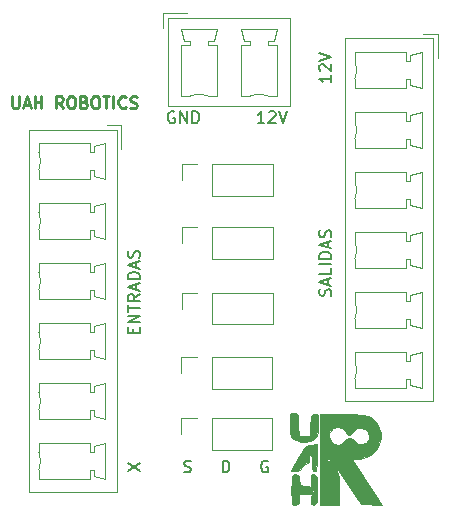
<source format=gbr>
%TF.GenerationSoftware,KiCad,Pcbnew,(5.1.7)-1*%
%TF.CreationDate,2020-12-28T14:37:07+01:00*%
%TF.ProjectId,control_neumatica,636f6e74-726f-46c5-9f6e-65756d617469,rev?*%
%TF.SameCoordinates,Original*%
%TF.FileFunction,Legend,Top*%
%TF.FilePolarity,Positive*%
%FSLAX46Y46*%
G04 Gerber Fmt 4.6, Leading zero omitted, Abs format (unit mm)*
G04 Created by KiCad (PCBNEW (5.1.7)-1) date 2020-12-28 14:37:07*
%MOMM*%
%LPD*%
G01*
G04 APERTURE LIST*
%ADD10C,0.250000*%
%ADD11C,0.010000*%
%ADD12C,0.120000*%
%ADD13C,0.150000*%
G04 APERTURE END LIST*
D10*
X120620495Y-45019980D02*
X120620495Y-45829504D01*
X120668114Y-45924742D01*
X120715733Y-45972361D01*
X120810971Y-46019980D01*
X121001447Y-46019980D01*
X121096685Y-45972361D01*
X121144304Y-45924742D01*
X121191923Y-45829504D01*
X121191923Y-45019980D01*
X121620495Y-45734266D02*
X122096685Y-45734266D01*
X121525257Y-46019980D02*
X121858590Y-45019980D01*
X122191923Y-46019980D01*
X122525257Y-46019980D02*
X122525257Y-45019980D01*
X122525257Y-45496171D02*
X123096685Y-45496171D01*
X123096685Y-46019980D02*
X123096685Y-45019980D01*
X124906209Y-46019980D02*
X124572876Y-45543790D01*
X124334780Y-46019980D02*
X124334780Y-45019980D01*
X124715733Y-45019980D01*
X124810971Y-45067600D01*
X124858590Y-45115219D01*
X124906209Y-45210457D01*
X124906209Y-45353314D01*
X124858590Y-45448552D01*
X124810971Y-45496171D01*
X124715733Y-45543790D01*
X124334780Y-45543790D01*
X125525257Y-45019980D02*
X125715733Y-45019980D01*
X125810971Y-45067600D01*
X125906209Y-45162838D01*
X125953828Y-45353314D01*
X125953828Y-45686647D01*
X125906209Y-45877123D01*
X125810971Y-45972361D01*
X125715733Y-46019980D01*
X125525257Y-46019980D01*
X125430019Y-45972361D01*
X125334780Y-45877123D01*
X125287161Y-45686647D01*
X125287161Y-45353314D01*
X125334780Y-45162838D01*
X125430019Y-45067600D01*
X125525257Y-45019980D01*
X126715733Y-45496171D02*
X126858590Y-45543790D01*
X126906209Y-45591409D01*
X126953828Y-45686647D01*
X126953828Y-45829504D01*
X126906209Y-45924742D01*
X126858590Y-45972361D01*
X126763352Y-46019980D01*
X126382400Y-46019980D01*
X126382400Y-45019980D01*
X126715733Y-45019980D01*
X126810971Y-45067600D01*
X126858590Y-45115219D01*
X126906209Y-45210457D01*
X126906209Y-45305695D01*
X126858590Y-45400933D01*
X126810971Y-45448552D01*
X126715733Y-45496171D01*
X126382400Y-45496171D01*
X127572876Y-45019980D02*
X127763352Y-45019980D01*
X127858590Y-45067600D01*
X127953828Y-45162838D01*
X128001447Y-45353314D01*
X128001447Y-45686647D01*
X127953828Y-45877123D01*
X127858590Y-45972361D01*
X127763352Y-46019980D01*
X127572876Y-46019980D01*
X127477638Y-45972361D01*
X127382400Y-45877123D01*
X127334780Y-45686647D01*
X127334780Y-45353314D01*
X127382400Y-45162838D01*
X127477638Y-45067600D01*
X127572876Y-45019980D01*
X128287161Y-45019980D02*
X128858590Y-45019980D01*
X128572876Y-46019980D02*
X128572876Y-45019980D01*
X129191923Y-46019980D02*
X129191923Y-45019980D01*
X130239542Y-45924742D02*
X130191923Y-45972361D01*
X130049066Y-46019980D01*
X129953828Y-46019980D01*
X129810971Y-45972361D01*
X129715733Y-45877123D01*
X129668114Y-45781885D01*
X129620495Y-45591409D01*
X129620495Y-45448552D01*
X129668114Y-45258076D01*
X129715733Y-45162838D01*
X129810971Y-45067600D01*
X129953828Y-45019980D01*
X130049066Y-45019980D01*
X130191923Y-45067600D01*
X130239542Y-45115219D01*
X130620495Y-45972361D02*
X130763352Y-46019980D01*
X131001447Y-46019980D01*
X131096685Y-45972361D01*
X131144304Y-45924742D01*
X131191923Y-45829504D01*
X131191923Y-45734266D01*
X131144304Y-45639028D01*
X131096685Y-45591409D01*
X131001447Y-45543790D01*
X130810971Y-45496171D01*
X130715733Y-45448552D01*
X130668114Y-45400933D01*
X130620495Y-45305695D01*
X130620495Y-45210457D01*
X130668114Y-45115219D01*
X130715733Y-45067600D01*
X130810971Y-45019980D01*
X131049066Y-45019980D01*
X131191923Y-45067600D01*
D11*
%TO.C,G\u002A\u002A\u002A*%
G36*
X144634794Y-71810226D02*
G01*
X144736894Y-71895258D01*
X144792024Y-72107179D01*
X144821970Y-72503427D01*
X144833513Y-72768984D01*
X144872999Y-73743323D01*
X145813740Y-73743323D01*
X145853478Y-72836180D01*
X145880804Y-72355147D01*
X145925882Y-72083371D01*
X146012932Y-71961402D01*
X146166174Y-71929792D01*
X146223055Y-71929037D01*
X146405155Y-71946659D01*
X146503906Y-72041344D01*
X146544689Y-72275817D01*
X146552883Y-72712806D01*
X146552893Y-72744221D01*
X146523897Y-73358326D01*
X146418494Y-73766447D01*
X146209058Y-74026917D01*
X145867965Y-74198072D01*
X145863718Y-74199557D01*
X145399670Y-74325445D01*
X145038290Y-74305490D01*
X144649167Y-74127711D01*
X144570618Y-74080775D01*
X144348322Y-73933721D01*
X144218112Y-73781828D01*
X144155366Y-73553159D01*
X144135467Y-73175775D01*
X144133846Y-72804557D01*
X144138170Y-72291192D01*
X144163461Y-71990060D01*
X144228201Y-71844622D01*
X144350867Y-71798341D01*
X144463937Y-71794646D01*
X144634794Y-71810226D01*
G37*
X144634794Y-71810226D02*
X144736894Y-71895258D01*
X144792024Y-72107179D01*
X144821970Y-72503427D01*
X144833513Y-72768984D01*
X144872999Y-73743323D01*
X145813740Y-73743323D01*
X145853478Y-72836180D01*
X145880804Y-72355147D01*
X145925882Y-72083371D01*
X146012932Y-71961402D01*
X146166174Y-71929792D01*
X146223055Y-71929037D01*
X146405155Y-71946659D01*
X146503906Y-72041344D01*
X146544689Y-72275817D01*
X146552883Y-72712806D01*
X146552893Y-72744221D01*
X146523897Y-73358326D01*
X146418494Y-73766447D01*
X146209058Y-74026917D01*
X145867965Y-74198072D01*
X145863718Y-74199557D01*
X145399670Y-74325445D01*
X145038290Y-74305490D01*
X144649167Y-74127711D01*
X144570618Y-74080775D01*
X144348322Y-73933721D01*
X144218112Y-73781828D01*
X144155366Y-73553159D01*
X144135467Y-73175775D01*
X144133846Y-72804557D01*
X144138170Y-72291192D01*
X144163461Y-71990060D01*
X144228201Y-71844622D01*
X144350867Y-71798341D01*
X144463937Y-71794646D01*
X144634794Y-71810226D01*
G36*
X146418502Y-75616692D02*
G01*
X146409992Y-76190111D01*
X146379008Y-76541845D01*
X146317361Y-76718613D01*
X146216914Y-76767132D01*
X146095345Y-76700773D01*
X146032756Y-76467921D01*
X146015327Y-76027979D01*
X145993234Y-75623193D01*
X145936243Y-75354715D01*
X145880935Y-75288825D01*
X145753767Y-75387513D01*
X145727175Y-75702030D01*
X145739516Y-75859989D01*
X145663230Y-76059782D01*
X145550523Y-76095175D01*
X145342650Y-76205696D01*
X145184525Y-76431153D01*
X144968052Y-76697383D01*
X144641940Y-76767132D01*
X144252437Y-76767132D01*
X144858373Y-75658402D01*
X145149761Y-75137443D01*
X145361867Y-74808520D01*
X145538736Y-74624850D01*
X145724409Y-74539647D01*
X145941405Y-74507961D01*
X146418502Y-74466251D01*
X146418502Y-75616692D01*
G37*
X146418502Y-75616692D02*
X146409992Y-76190111D01*
X146379008Y-76541845D01*
X146317361Y-76718613D01*
X146216914Y-76767132D01*
X146095345Y-76700773D01*
X146032756Y-76467921D01*
X146015327Y-76027979D01*
X145993234Y-75623193D01*
X145936243Y-75354715D01*
X145880935Y-75288825D01*
X145753767Y-75387513D01*
X145727175Y-75702030D01*
X145739516Y-75859989D01*
X145663230Y-76059782D01*
X145550523Y-76095175D01*
X145342650Y-76205696D01*
X145184525Y-76431153D01*
X144968052Y-76697383D01*
X144641940Y-76767132D01*
X144252437Y-76767132D01*
X144858373Y-75658402D01*
X145149761Y-75137443D01*
X145361867Y-74808520D01*
X145538736Y-74624850D01*
X145724409Y-74539647D01*
X145941405Y-74507961D01*
X146418502Y-74466251D01*
X146418502Y-75616692D01*
G36*
X148602364Y-71929539D02*
G01*
X149517829Y-71942341D01*
X150208101Y-71990840D01*
X150716045Y-72090995D01*
X151084527Y-72258767D01*
X151356411Y-72510116D01*
X151574563Y-72861001D01*
X151674513Y-73073392D01*
X151834616Y-73502933D01*
X151865263Y-73843699D01*
X151797582Y-74178537D01*
X151485650Y-74870295D01*
X150999594Y-75358422D01*
X150346093Y-75637195D01*
X150034439Y-75689320D01*
X149372144Y-75759196D01*
X150651744Y-77674275D01*
X151931343Y-79589354D01*
X150114269Y-79571840D01*
X148854528Y-77631920D01*
X148394771Y-76927518D01*
X148052018Y-76418044D01*
X147798443Y-76071996D01*
X147606222Y-75857873D01*
X147447532Y-75744176D01*
X147294549Y-75699402D01*
X147141036Y-75692000D01*
X146687285Y-75692000D01*
X146687285Y-73882933D01*
X147447718Y-73882933D01*
X147601533Y-74200947D01*
X147877980Y-74420914D01*
X148211228Y-74505529D01*
X148535448Y-74417485D01*
X148734346Y-74213693D01*
X148974398Y-74000328D01*
X149173528Y-73944910D01*
X149454985Y-74050713D01*
X149612710Y-74213693D01*
X149877943Y-74417797D01*
X150249827Y-74481749D01*
X150598229Y-74392589D01*
X150692152Y-74321206D01*
X150813126Y-74073158D01*
X150853422Y-73786738D01*
X150746767Y-73409224D01*
X150479710Y-73160713D01*
X150131612Y-73062992D01*
X149781834Y-73137849D01*
X149509738Y-73407072D01*
X149504636Y-73416446D01*
X149313885Y-73625742D01*
X149173528Y-73676127D01*
X148961720Y-73569704D01*
X148842420Y-73416446D01*
X148559335Y-73126170D01*
X148186733Y-73030530D01*
X147814202Y-73123747D01*
X147531329Y-73400041D01*
X147482365Y-73504179D01*
X147447718Y-73882933D01*
X146687285Y-73882933D01*
X146687285Y-71929037D01*
X148602364Y-71929539D01*
G37*
X148602364Y-71929539D02*
X149517829Y-71942341D01*
X150208101Y-71990840D01*
X150716045Y-72090995D01*
X151084527Y-72258767D01*
X151356411Y-72510116D01*
X151574563Y-72861001D01*
X151674513Y-73073392D01*
X151834616Y-73502933D01*
X151865263Y-73843699D01*
X151797582Y-74178537D01*
X151485650Y-74870295D01*
X150999594Y-75358422D01*
X150346093Y-75637195D01*
X150034439Y-75689320D01*
X149372144Y-75759196D01*
X150651744Y-77674275D01*
X151931343Y-79589354D01*
X150114269Y-79571840D01*
X148854528Y-77631920D01*
X148394771Y-76927518D01*
X148052018Y-76418044D01*
X147798443Y-76071996D01*
X147606222Y-75857873D01*
X147447532Y-75744176D01*
X147294549Y-75699402D01*
X147141036Y-75692000D01*
X146687285Y-75692000D01*
X146687285Y-73882933D01*
X147447718Y-73882933D01*
X147601533Y-74200947D01*
X147877980Y-74420914D01*
X148211228Y-74505529D01*
X148535448Y-74417485D01*
X148734346Y-74213693D01*
X148974398Y-74000328D01*
X149173528Y-73944910D01*
X149454985Y-74050713D01*
X149612710Y-74213693D01*
X149877943Y-74417797D01*
X150249827Y-74481749D01*
X150598229Y-74392589D01*
X150692152Y-74321206D01*
X150813126Y-74073158D01*
X150853422Y-73786738D01*
X150746767Y-73409224D01*
X150479710Y-73160713D01*
X150131612Y-73062992D01*
X149781834Y-73137849D01*
X149509738Y-73407072D01*
X149504636Y-73416446D01*
X149313885Y-73625742D01*
X149173528Y-73676127D01*
X148961720Y-73569704D01*
X148842420Y-73416446D01*
X148559335Y-73126170D01*
X148186733Y-73030530D01*
X147814202Y-73123747D01*
X147531329Y-73400041D01*
X147482365Y-73504179D01*
X147447718Y-73882933D01*
X146687285Y-73882933D01*
X146687285Y-71929037D01*
X148602364Y-71929539D01*
G36*
X147124057Y-75826632D02*
G01*
X147415363Y-75864106D01*
X147641864Y-76016153D01*
X147886250Y-76342788D01*
X147930406Y-76411888D01*
X148104863Y-76711846D01*
X148213947Y-76991199D01*
X148272741Y-77326717D01*
X148296326Y-77795168D01*
X148299983Y-78293129D01*
X148299983Y-79589354D01*
X146687285Y-79589354D01*
X146687285Y-75826392D01*
X147124057Y-75826632D01*
G37*
X147124057Y-75826632D02*
X147415363Y-75864106D01*
X147641864Y-76016153D01*
X147886250Y-76342788D01*
X147930406Y-76411888D01*
X148104863Y-76711846D01*
X148213947Y-76991199D01*
X148272741Y-77326717D01*
X148296326Y-77795168D01*
X148299983Y-78293129D01*
X148299983Y-79589354D01*
X146687285Y-79589354D01*
X146687285Y-75826392D01*
X147124057Y-75826632D01*
G36*
X146267218Y-77052429D02*
G01*
X146349893Y-77135352D01*
X146395283Y-77334757D01*
X146414461Y-77700717D01*
X146418498Y-78283303D01*
X146418502Y-78312635D01*
X146414443Y-78906026D01*
X146395269Y-79280533D01*
X146350484Y-79486013D01*
X146269590Y-79572325D01*
X146149719Y-79589354D01*
X145950816Y-79523783D01*
X145882884Y-79282243D01*
X145880935Y-79197379D01*
X145932619Y-78894342D01*
X146048925Y-78737619D01*
X146030237Y-78697126D01*
X145798630Y-78667715D01*
X145578554Y-78659224D01*
X144940195Y-78648614D01*
X144940195Y-79118984D01*
X144915093Y-79437076D01*
X144802132Y-79567297D01*
X144604216Y-79589354D01*
X144448569Y-79580488D01*
X144350405Y-79520326D01*
X144296476Y-79358520D01*
X144273531Y-79044725D01*
X144268322Y-78528593D01*
X144268290Y-78447026D01*
X146015327Y-78447026D01*
X146082523Y-78514222D01*
X146149719Y-78447026D01*
X146082523Y-78379831D01*
X146015327Y-78447026D01*
X144268290Y-78447026D01*
X144268237Y-78312635D01*
X144270570Y-77721177D01*
X144286402Y-77348154D01*
X144328983Y-77143222D01*
X144411561Y-77056032D01*
X144547385Y-77036238D01*
X144604216Y-77035915D01*
X144831425Y-77071058D01*
X144924440Y-77229203D01*
X144940195Y-77506286D01*
X144963562Y-77822900D01*
X145076763Y-77952724D01*
X145316491Y-77976656D01*
X145638350Y-78019170D01*
X145820931Y-78104800D01*
X145894915Y-78077910D01*
X145911659Y-77807530D01*
X145901472Y-77634429D01*
X145886191Y-77263343D01*
X145937087Y-77087782D01*
X146081801Y-77037266D01*
X146136186Y-77035915D01*
X146267218Y-77052429D01*
G37*
X146267218Y-77052429D02*
X146349893Y-77135352D01*
X146395283Y-77334757D01*
X146414461Y-77700717D01*
X146418498Y-78283303D01*
X146418502Y-78312635D01*
X146414443Y-78906026D01*
X146395269Y-79280533D01*
X146350484Y-79486013D01*
X146269590Y-79572325D01*
X146149719Y-79589354D01*
X145950816Y-79523783D01*
X145882884Y-79282243D01*
X145880935Y-79197379D01*
X145932619Y-78894342D01*
X146048925Y-78737619D01*
X146030237Y-78697126D01*
X145798630Y-78667715D01*
X145578554Y-78659224D01*
X144940195Y-78648614D01*
X144940195Y-79118984D01*
X144915093Y-79437076D01*
X144802132Y-79567297D01*
X144604216Y-79589354D01*
X144448569Y-79580488D01*
X144350405Y-79520326D01*
X144296476Y-79358520D01*
X144273531Y-79044725D01*
X144268322Y-78528593D01*
X144268290Y-78447026D01*
X146015327Y-78447026D01*
X146082523Y-78514222D01*
X146149719Y-78447026D01*
X146082523Y-78379831D01*
X146015327Y-78447026D01*
X144268290Y-78447026D01*
X144268237Y-78312635D01*
X144270570Y-77721177D01*
X144286402Y-77348154D01*
X144328983Y-77143222D01*
X144411561Y-77056032D01*
X144547385Y-77036238D01*
X144604216Y-77035915D01*
X144831425Y-77071058D01*
X144924440Y-77229203D01*
X144940195Y-77506286D01*
X144963562Y-77822900D01*
X145076763Y-77952724D01*
X145316491Y-77976656D01*
X145638350Y-78019170D01*
X145820931Y-78104800D01*
X145894915Y-78077910D01*
X145911659Y-77807530D01*
X145901472Y-77634429D01*
X145886191Y-77263343D01*
X145937087Y-77087782D01*
X146081801Y-77037266D01*
X146136186Y-77035915D01*
X146267218Y-77052429D01*
D12*
%TO.C,SALIDAS                12V*%
X156250400Y-40123600D02*
X148780400Y-40123600D01*
X148780400Y-40123600D02*
X148780400Y-70823600D01*
X148780400Y-70823600D02*
X156250400Y-70823600D01*
X156250400Y-70823600D02*
X156250400Y-40123600D01*
X149640400Y-42023600D02*
X149640400Y-41273600D01*
X149640400Y-41273600D02*
X153940400Y-41273600D01*
X153940400Y-41273600D02*
X153940400Y-42023600D01*
X153940400Y-42023600D02*
X154290400Y-42023600D01*
X154290400Y-42023600D02*
X154290400Y-41523600D01*
X154290400Y-41523600D02*
X155290400Y-41273600D01*
X155290400Y-41273600D02*
X155290400Y-44273600D01*
X155290400Y-44273600D02*
X154290400Y-44023600D01*
X154290400Y-44023600D02*
X154290400Y-43523600D01*
X154290400Y-43523600D02*
X153940400Y-43523600D01*
X153940400Y-43523600D02*
X153940400Y-44273600D01*
X153940400Y-44273600D02*
X149640400Y-44273600D01*
X149640400Y-44273600D02*
X149640400Y-43523600D01*
X149640400Y-47103600D02*
X149640400Y-46353600D01*
X149640400Y-46353600D02*
X153940400Y-46353600D01*
X153940400Y-46353600D02*
X153940400Y-47103600D01*
X153940400Y-47103600D02*
X154290400Y-47103600D01*
X154290400Y-47103600D02*
X154290400Y-46603600D01*
X154290400Y-46603600D02*
X155290400Y-46353600D01*
X155290400Y-46353600D02*
X155290400Y-49353600D01*
X155290400Y-49353600D02*
X154290400Y-49103600D01*
X154290400Y-49103600D02*
X154290400Y-48603600D01*
X154290400Y-48603600D02*
X153940400Y-48603600D01*
X153940400Y-48603600D02*
X153940400Y-49353600D01*
X153940400Y-49353600D02*
X149640400Y-49353600D01*
X149640400Y-49353600D02*
X149640400Y-48603600D01*
X149640400Y-52183600D02*
X149640400Y-51433600D01*
X149640400Y-51433600D02*
X153940400Y-51433600D01*
X153940400Y-51433600D02*
X153940400Y-52183600D01*
X153940400Y-52183600D02*
X154290400Y-52183600D01*
X154290400Y-52183600D02*
X154290400Y-51683600D01*
X154290400Y-51683600D02*
X155290400Y-51433600D01*
X155290400Y-51433600D02*
X155290400Y-54433600D01*
X155290400Y-54433600D02*
X154290400Y-54183600D01*
X154290400Y-54183600D02*
X154290400Y-53683600D01*
X154290400Y-53683600D02*
X153940400Y-53683600D01*
X153940400Y-53683600D02*
X153940400Y-54433600D01*
X153940400Y-54433600D02*
X149640400Y-54433600D01*
X149640400Y-54433600D02*
X149640400Y-53683600D01*
X149640400Y-57263600D02*
X149640400Y-56513600D01*
X149640400Y-56513600D02*
X153940400Y-56513600D01*
X153940400Y-56513600D02*
X153940400Y-57263600D01*
X153940400Y-57263600D02*
X154290400Y-57263600D01*
X154290400Y-57263600D02*
X154290400Y-56763600D01*
X154290400Y-56763600D02*
X155290400Y-56513600D01*
X155290400Y-56513600D02*
X155290400Y-59513600D01*
X155290400Y-59513600D02*
X154290400Y-59263600D01*
X154290400Y-59263600D02*
X154290400Y-58763600D01*
X154290400Y-58763600D02*
X153940400Y-58763600D01*
X153940400Y-58763600D02*
X153940400Y-59513600D01*
X153940400Y-59513600D02*
X149640400Y-59513600D01*
X149640400Y-59513600D02*
X149640400Y-58763600D01*
X149640400Y-62343600D02*
X149640400Y-61593600D01*
X149640400Y-61593600D02*
X153940400Y-61593600D01*
X153940400Y-61593600D02*
X153940400Y-62343600D01*
X153940400Y-62343600D02*
X154290400Y-62343600D01*
X154290400Y-62343600D02*
X154290400Y-61843600D01*
X154290400Y-61843600D02*
X155290400Y-61593600D01*
X155290400Y-61593600D02*
X155290400Y-64593600D01*
X155290400Y-64593600D02*
X154290400Y-64343600D01*
X154290400Y-64343600D02*
X154290400Y-63843600D01*
X154290400Y-63843600D02*
X153940400Y-63843600D01*
X153940400Y-63843600D02*
X153940400Y-64593600D01*
X153940400Y-64593600D02*
X149640400Y-64593600D01*
X149640400Y-64593600D02*
X149640400Y-63843600D01*
X149640400Y-67423600D02*
X149640400Y-66673600D01*
X149640400Y-66673600D02*
X153940400Y-66673600D01*
X153940400Y-66673600D02*
X153940400Y-67423600D01*
X153940400Y-67423600D02*
X154290400Y-67423600D01*
X154290400Y-67423600D02*
X154290400Y-66923600D01*
X154290400Y-66923600D02*
X155290400Y-66673600D01*
X155290400Y-66673600D02*
X155290400Y-69673600D01*
X155290400Y-69673600D02*
X154290400Y-69423600D01*
X154290400Y-69423600D02*
X154290400Y-68923600D01*
X154290400Y-68923600D02*
X153940400Y-68923600D01*
X153940400Y-68923600D02*
X153940400Y-69673600D01*
X153940400Y-69673600D02*
X149640400Y-69673600D01*
X149640400Y-69673600D02*
X149640400Y-68923600D01*
X155390400Y-39733600D02*
X156640400Y-39733600D01*
X156640400Y-39733600D02*
X156640400Y-41733600D01*
X149640555Y-68923247D02*
G75*
G03*
X149640400Y-67423600I-1700155J749647D01*
G01*
X149640555Y-63843247D02*
G75*
G03*
X149640400Y-62343600I-1700155J749647D01*
G01*
X149640555Y-58763247D02*
G75*
G03*
X149640400Y-57263600I-1700155J749647D01*
G01*
X149640555Y-53683247D02*
G75*
G03*
X149640400Y-52183600I-1700155J749647D01*
G01*
X149640555Y-48603247D02*
G75*
G03*
X149640400Y-47103600I-1700155J749647D01*
G01*
X149640555Y-43523247D02*
G75*
G03*
X149640400Y-42023600I-1700155J749647D01*
G01*
%TO.C,S   D   G*%
X137515600Y-74939200D02*
X137515600Y-72279200D01*
X137515600Y-74939200D02*
X142655600Y-74939200D01*
X142655600Y-74939200D02*
X142655600Y-72279200D01*
X137515600Y-72279200D02*
X142655600Y-72279200D01*
X134915600Y-72279200D02*
X136245600Y-72279200D01*
X134915600Y-73609200D02*
X134915600Y-72279200D01*
%TO.C, *%
X137515600Y-69757600D02*
X137515600Y-67097600D01*
X137515600Y-69757600D02*
X142655600Y-69757600D01*
X142655600Y-69757600D02*
X142655600Y-67097600D01*
X137515600Y-67097600D02*
X142655600Y-67097600D01*
X134915600Y-67097600D02*
X136245600Y-67097600D01*
X134915600Y-68427600D02*
X134915600Y-67097600D01*
X137566400Y-64322000D02*
X137566400Y-61662000D01*
X137566400Y-64322000D02*
X142706400Y-64322000D01*
X142706400Y-64322000D02*
X142706400Y-61662000D01*
X137566400Y-61662000D02*
X142706400Y-61662000D01*
X134966400Y-61662000D02*
X136296400Y-61662000D01*
X134966400Y-62992000D02*
X134966400Y-61662000D01*
X137566400Y-58784800D02*
X137566400Y-56124800D01*
X137566400Y-58784800D02*
X142706400Y-58784800D01*
X142706400Y-58784800D02*
X142706400Y-56124800D01*
X137566400Y-56124800D02*
X142706400Y-56124800D01*
X134966400Y-56124800D02*
X136296400Y-56124800D01*
X134966400Y-57454800D02*
X134966400Y-56124800D01*
X137566400Y-53450800D02*
X137566400Y-50790800D01*
X137566400Y-53450800D02*
X142706400Y-53450800D01*
X142706400Y-53450800D02*
X142706400Y-50790800D01*
X137566400Y-50790800D02*
X142706400Y-50790800D01*
X134966400Y-50790800D02*
X136296400Y-50790800D01*
X134966400Y-52120800D02*
X134966400Y-50790800D01*
%TO.C,GND      12V*%
X133798800Y-38364400D02*
X133798800Y-45834400D01*
X133798800Y-45834400D02*
X144178800Y-45834400D01*
X144178800Y-45834400D02*
X144178800Y-38364400D01*
X144178800Y-38364400D02*
X133798800Y-38364400D01*
X135698800Y-44974400D02*
X134948800Y-44974400D01*
X134948800Y-44974400D02*
X134948800Y-40674400D01*
X134948800Y-40674400D02*
X135698800Y-40674400D01*
X135698800Y-40674400D02*
X135698800Y-40324400D01*
X135698800Y-40324400D02*
X135198800Y-40324400D01*
X135198800Y-40324400D02*
X134948800Y-39324400D01*
X134948800Y-39324400D02*
X137948800Y-39324400D01*
X137948800Y-39324400D02*
X137698800Y-40324400D01*
X137698800Y-40324400D02*
X137198800Y-40324400D01*
X137198800Y-40324400D02*
X137198800Y-40674400D01*
X137198800Y-40674400D02*
X137948800Y-40674400D01*
X137948800Y-40674400D02*
X137948800Y-44974400D01*
X137948800Y-44974400D02*
X137198800Y-44974400D01*
X140778800Y-44974400D02*
X140028800Y-44974400D01*
X140028800Y-44974400D02*
X140028800Y-40674400D01*
X140028800Y-40674400D02*
X140778800Y-40674400D01*
X140778800Y-40674400D02*
X140778800Y-40324400D01*
X140778800Y-40324400D02*
X140278800Y-40324400D01*
X140278800Y-40324400D02*
X140028800Y-39324400D01*
X140028800Y-39324400D02*
X143028800Y-39324400D01*
X143028800Y-39324400D02*
X142778800Y-40324400D01*
X142778800Y-40324400D02*
X142278800Y-40324400D01*
X142278800Y-40324400D02*
X142278800Y-40674400D01*
X142278800Y-40674400D02*
X143028800Y-40674400D01*
X143028800Y-40674400D02*
X143028800Y-44974400D01*
X143028800Y-44974400D02*
X142278800Y-44974400D01*
X133408800Y-39224400D02*
X133408800Y-37974400D01*
X133408800Y-37974400D02*
X135408800Y-37974400D01*
X142278447Y-44974245D02*
G75*
G03*
X140778800Y-44974400I-749647J-1700155D01*
G01*
X137198447Y-44974245D02*
G75*
G03*
X135698800Y-44974400I-749647J-1700155D01*
G01*
%TO.C,X              ENTRADAS*%
X129478800Y-47845200D02*
X122008800Y-47845200D01*
X122008800Y-47845200D02*
X122008800Y-78545200D01*
X122008800Y-78545200D02*
X129478800Y-78545200D01*
X129478800Y-78545200D02*
X129478800Y-47845200D01*
X122868800Y-49745200D02*
X122868800Y-48995200D01*
X122868800Y-48995200D02*
X127168800Y-48995200D01*
X127168800Y-48995200D02*
X127168800Y-49745200D01*
X127168800Y-49745200D02*
X127518800Y-49745200D01*
X127518800Y-49745200D02*
X127518800Y-49245200D01*
X127518800Y-49245200D02*
X128518800Y-48995200D01*
X128518800Y-48995200D02*
X128518800Y-51995200D01*
X128518800Y-51995200D02*
X127518800Y-51745200D01*
X127518800Y-51745200D02*
X127518800Y-51245200D01*
X127518800Y-51245200D02*
X127168800Y-51245200D01*
X127168800Y-51245200D02*
X127168800Y-51995200D01*
X127168800Y-51995200D02*
X122868800Y-51995200D01*
X122868800Y-51995200D02*
X122868800Y-51245200D01*
X122868800Y-54825200D02*
X122868800Y-54075200D01*
X122868800Y-54075200D02*
X127168800Y-54075200D01*
X127168800Y-54075200D02*
X127168800Y-54825200D01*
X127168800Y-54825200D02*
X127518800Y-54825200D01*
X127518800Y-54825200D02*
X127518800Y-54325200D01*
X127518800Y-54325200D02*
X128518800Y-54075200D01*
X128518800Y-54075200D02*
X128518800Y-57075200D01*
X128518800Y-57075200D02*
X127518800Y-56825200D01*
X127518800Y-56825200D02*
X127518800Y-56325200D01*
X127518800Y-56325200D02*
X127168800Y-56325200D01*
X127168800Y-56325200D02*
X127168800Y-57075200D01*
X127168800Y-57075200D02*
X122868800Y-57075200D01*
X122868800Y-57075200D02*
X122868800Y-56325200D01*
X122868800Y-59905200D02*
X122868800Y-59155200D01*
X122868800Y-59155200D02*
X127168800Y-59155200D01*
X127168800Y-59155200D02*
X127168800Y-59905200D01*
X127168800Y-59905200D02*
X127518800Y-59905200D01*
X127518800Y-59905200D02*
X127518800Y-59405200D01*
X127518800Y-59405200D02*
X128518800Y-59155200D01*
X128518800Y-59155200D02*
X128518800Y-62155200D01*
X128518800Y-62155200D02*
X127518800Y-61905200D01*
X127518800Y-61905200D02*
X127518800Y-61405200D01*
X127518800Y-61405200D02*
X127168800Y-61405200D01*
X127168800Y-61405200D02*
X127168800Y-62155200D01*
X127168800Y-62155200D02*
X122868800Y-62155200D01*
X122868800Y-62155200D02*
X122868800Y-61405200D01*
X122868800Y-64985200D02*
X122868800Y-64235200D01*
X122868800Y-64235200D02*
X127168800Y-64235200D01*
X127168800Y-64235200D02*
X127168800Y-64985200D01*
X127168800Y-64985200D02*
X127518800Y-64985200D01*
X127518800Y-64985200D02*
X127518800Y-64485200D01*
X127518800Y-64485200D02*
X128518800Y-64235200D01*
X128518800Y-64235200D02*
X128518800Y-67235200D01*
X128518800Y-67235200D02*
X127518800Y-66985200D01*
X127518800Y-66985200D02*
X127518800Y-66485200D01*
X127518800Y-66485200D02*
X127168800Y-66485200D01*
X127168800Y-66485200D02*
X127168800Y-67235200D01*
X127168800Y-67235200D02*
X122868800Y-67235200D01*
X122868800Y-67235200D02*
X122868800Y-66485200D01*
X122868800Y-70065200D02*
X122868800Y-69315200D01*
X122868800Y-69315200D02*
X127168800Y-69315200D01*
X127168800Y-69315200D02*
X127168800Y-70065200D01*
X127168800Y-70065200D02*
X127518800Y-70065200D01*
X127518800Y-70065200D02*
X127518800Y-69565200D01*
X127518800Y-69565200D02*
X128518800Y-69315200D01*
X128518800Y-69315200D02*
X128518800Y-72315200D01*
X128518800Y-72315200D02*
X127518800Y-72065200D01*
X127518800Y-72065200D02*
X127518800Y-71565200D01*
X127518800Y-71565200D02*
X127168800Y-71565200D01*
X127168800Y-71565200D02*
X127168800Y-72315200D01*
X127168800Y-72315200D02*
X122868800Y-72315200D01*
X122868800Y-72315200D02*
X122868800Y-71565200D01*
X122868800Y-75145200D02*
X122868800Y-74395200D01*
X122868800Y-74395200D02*
X127168800Y-74395200D01*
X127168800Y-74395200D02*
X127168800Y-75145200D01*
X127168800Y-75145200D02*
X127518800Y-75145200D01*
X127518800Y-75145200D02*
X127518800Y-74645200D01*
X127518800Y-74645200D02*
X128518800Y-74395200D01*
X128518800Y-74395200D02*
X128518800Y-77395200D01*
X128518800Y-77395200D02*
X127518800Y-77145200D01*
X127518800Y-77145200D02*
X127518800Y-76645200D01*
X127518800Y-76645200D02*
X127168800Y-76645200D01*
X127168800Y-76645200D02*
X127168800Y-77395200D01*
X127168800Y-77395200D02*
X122868800Y-77395200D01*
X122868800Y-77395200D02*
X122868800Y-76645200D01*
X128618800Y-47455200D02*
X129868800Y-47455200D01*
X129868800Y-47455200D02*
X129868800Y-49455200D01*
X122868955Y-76644847D02*
G75*
G03*
X122868800Y-75145200I-1700155J749647D01*
G01*
X122868955Y-71564847D02*
G75*
G03*
X122868800Y-70065200I-1700155J749647D01*
G01*
X122868955Y-66484847D02*
G75*
G03*
X122868800Y-64985200I-1700155J749647D01*
G01*
X122868955Y-61404847D02*
G75*
G03*
X122868800Y-59905200I-1700155J749647D01*
G01*
X122868955Y-56324847D02*
G75*
G03*
X122868800Y-54825200I-1700155J749647D01*
G01*
X122868955Y-51244847D02*
G75*
G03*
X122868800Y-49745200I-1700155J749647D01*
G01*
%TO.C,SALIDAS                12V*%
D13*
X147572361Y-61901695D02*
X147619980Y-61758838D01*
X147619980Y-61520742D01*
X147572361Y-61425504D01*
X147524742Y-61377885D01*
X147429504Y-61330266D01*
X147334266Y-61330266D01*
X147239028Y-61377885D01*
X147191409Y-61425504D01*
X147143790Y-61520742D01*
X147096171Y-61711219D01*
X147048552Y-61806457D01*
X147000933Y-61854076D01*
X146905695Y-61901695D01*
X146810457Y-61901695D01*
X146715219Y-61854076D01*
X146667600Y-61806457D01*
X146619980Y-61711219D01*
X146619980Y-61473123D01*
X146667600Y-61330266D01*
X147334266Y-60949314D02*
X147334266Y-60473123D01*
X147619980Y-61044552D02*
X146619980Y-60711219D01*
X147619980Y-60377885D01*
X147619980Y-59568361D02*
X147619980Y-60044552D01*
X146619980Y-60044552D01*
X147619980Y-59235028D02*
X146619980Y-59235028D01*
X147619980Y-58758838D02*
X146619980Y-58758838D01*
X146619980Y-58520742D01*
X146667600Y-58377885D01*
X146762838Y-58282647D01*
X146858076Y-58235028D01*
X147048552Y-58187409D01*
X147191409Y-58187409D01*
X147381885Y-58235028D01*
X147477123Y-58282647D01*
X147572361Y-58377885D01*
X147619980Y-58520742D01*
X147619980Y-58758838D01*
X147334266Y-57806457D02*
X147334266Y-57330266D01*
X147619980Y-57901695D02*
X146619980Y-57568361D01*
X147619980Y-57235028D01*
X147572361Y-56949314D02*
X147619980Y-56806457D01*
X147619980Y-56568361D01*
X147572361Y-56473123D01*
X147524742Y-56425504D01*
X147429504Y-56377885D01*
X147334266Y-56377885D01*
X147239028Y-56425504D01*
X147191409Y-56473123D01*
X147143790Y-56568361D01*
X147096171Y-56758838D01*
X147048552Y-56854076D01*
X147000933Y-56901695D01*
X146905695Y-56949314D01*
X146810457Y-56949314D01*
X146715219Y-56901695D01*
X146667600Y-56854076D01*
X146619980Y-56758838D01*
X146619980Y-56520742D01*
X146667600Y-56377885D01*
X147619980Y-43235028D02*
X147619980Y-43806457D01*
X147619980Y-43520742D02*
X146619980Y-43520742D01*
X146762838Y-43615980D01*
X146858076Y-43711219D01*
X146905695Y-43806457D01*
X146715219Y-42854076D02*
X146667600Y-42806457D01*
X146619980Y-42711219D01*
X146619980Y-42473123D01*
X146667600Y-42377885D01*
X146715219Y-42330266D01*
X146810457Y-42282647D01*
X146905695Y-42282647D01*
X147048552Y-42330266D01*
X147619980Y-42901695D01*
X147619980Y-42282647D01*
X146619980Y-41996933D02*
X147619980Y-41663600D01*
X146619980Y-41330266D01*
%TO.C,S   D   G*%
X135163371Y-76807961D02*
X135306228Y-76855580D01*
X135544323Y-76855580D01*
X135639561Y-76807961D01*
X135687180Y-76760342D01*
X135734800Y-76665104D01*
X135734800Y-76569866D01*
X135687180Y-76474628D01*
X135639561Y-76427009D01*
X135544323Y-76379390D01*
X135353847Y-76331771D01*
X135258609Y-76284152D01*
X135210990Y-76236533D01*
X135163371Y-76141295D01*
X135163371Y-76046057D01*
X135210990Y-75950819D01*
X135258609Y-75903200D01*
X135353847Y-75855580D01*
X135591942Y-75855580D01*
X135734800Y-75903200D01*
X138449085Y-76855580D02*
X138449085Y-75855580D01*
X138687180Y-75855580D01*
X138830038Y-75903200D01*
X138925276Y-75998438D01*
X138972895Y-76093676D01*
X139020514Y-76284152D01*
X139020514Y-76427009D01*
X138972895Y-76617485D01*
X138925276Y-76712723D01*
X138830038Y-76807961D01*
X138687180Y-76855580D01*
X138449085Y-76855580D01*
X142258609Y-75903200D02*
X142163371Y-75855580D01*
X142020514Y-75855580D01*
X141877657Y-75903200D01*
X141782419Y-75998438D01*
X141734800Y-76093676D01*
X141687180Y-76284152D01*
X141687180Y-76427009D01*
X141734800Y-76617485D01*
X141782419Y-76712723D01*
X141877657Y-76807961D01*
X142020514Y-76855580D01*
X142115752Y-76855580D01*
X142258609Y-76807961D01*
X142306228Y-76760342D01*
X142306228Y-76427009D01*
X142115752Y-76427009D01*
%TO.C, *%
%TO.C,GND      12V*%
X134357028Y-46337600D02*
X134261790Y-46289980D01*
X134118933Y-46289980D01*
X133976076Y-46337600D01*
X133880838Y-46432838D01*
X133833219Y-46528076D01*
X133785600Y-46718552D01*
X133785600Y-46861409D01*
X133833219Y-47051885D01*
X133880838Y-47147123D01*
X133976076Y-47242361D01*
X134118933Y-47289980D01*
X134214171Y-47289980D01*
X134357028Y-47242361D01*
X134404647Y-47194742D01*
X134404647Y-46861409D01*
X134214171Y-46861409D01*
X134833219Y-47289980D02*
X134833219Y-46289980D01*
X135404647Y-47289980D01*
X135404647Y-46289980D01*
X135880838Y-47289980D02*
X135880838Y-46289980D01*
X136118933Y-46289980D01*
X136261790Y-46337600D01*
X136357028Y-46432838D01*
X136404647Y-46528076D01*
X136452266Y-46718552D01*
X136452266Y-46861409D01*
X136404647Y-47051885D01*
X136357028Y-47147123D01*
X136261790Y-47242361D01*
X136118933Y-47289980D01*
X135880838Y-47289980D01*
X141976076Y-47289980D02*
X141404647Y-47289980D01*
X141690361Y-47289980D02*
X141690361Y-46289980D01*
X141595123Y-46432838D01*
X141499885Y-46528076D01*
X141404647Y-46575695D01*
X142357028Y-46385219D02*
X142404647Y-46337600D01*
X142499885Y-46289980D01*
X142737980Y-46289980D01*
X142833219Y-46337600D01*
X142880838Y-46385219D01*
X142928457Y-46480457D01*
X142928457Y-46575695D01*
X142880838Y-46718552D01*
X142309409Y-47289980D01*
X142928457Y-47289980D01*
X143214171Y-46289980D02*
X143547504Y-47289980D01*
X143880838Y-46289980D01*
%TO.C,X              ENTRADAS*%
X130414780Y-76768742D02*
X131414780Y-76102076D01*
X130414780Y-76102076D02*
X131414780Y-76768742D01*
X130890971Y-65054457D02*
X130890971Y-64721123D01*
X131414780Y-64578266D02*
X131414780Y-65054457D01*
X130414780Y-65054457D01*
X130414780Y-64578266D01*
X131414780Y-64149695D02*
X130414780Y-64149695D01*
X131414780Y-63578266D01*
X130414780Y-63578266D01*
X130414780Y-63244933D02*
X130414780Y-62673504D01*
X131414780Y-62959219D02*
X130414780Y-62959219D01*
X131414780Y-61768742D02*
X130938590Y-62102076D01*
X131414780Y-62340171D02*
X130414780Y-62340171D01*
X130414780Y-61959219D01*
X130462400Y-61863980D01*
X130510019Y-61816361D01*
X130605257Y-61768742D01*
X130748114Y-61768742D01*
X130843352Y-61816361D01*
X130890971Y-61863980D01*
X130938590Y-61959219D01*
X130938590Y-62340171D01*
X131129066Y-61387790D02*
X131129066Y-60911600D01*
X131414780Y-61483028D02*
X130414780Y-61149695D01*
X131414780Y-60816361D01*
X131414780Y-60483028D02*
X130414780Y-60483028D01*
X130414780Y-60244933D01*
X130462400Y-60102076D01*
X130557638Y-60006838D01*
X130652876Y-59959219D01*
X130843352Y-59911600D01*
X130986209Y-59911600D01*
X131176685Y-59959219D01*
X131271923Y-60006838D01*
X131367161Y-60102076D01*
X131414780Y-60244933D01*
X131414780Y-60483028D01*
X131129066Y-59530647D02*
X131129066Y-59054457D01*
X131414780Y-59625885D02*
X130414780Y-59292552D01*
X131414780Y-58959219D01*
X131367161Y-58673504D02*
X131414780Y-58530647D01*
X131414780Y-58292552D01*
X131367161Y-58197314D01*
X131319542Y-58149695D01*
X131224304Y-58102076D01*
X131129066Y-58102076D01*
X131033828Y-58149695D01*
X130986209Y-58197314D01*
X130938590Y-58292552D01*
X130890971Y-58483028D01*
X130843352Y-58578266D01*
X130795733Y-58625885D01*
X130700495Y-58673504D01*
X130605257Y-58673504D01*
X130510019Y-58625885D01*
X130462400Y-58578266D01*
X130414780Y-58483028D01*
X130414780Y-58244933D01*
X130462400Y-58102076D01*
%TO.C, *%
%TD*%
M02*

</source>
